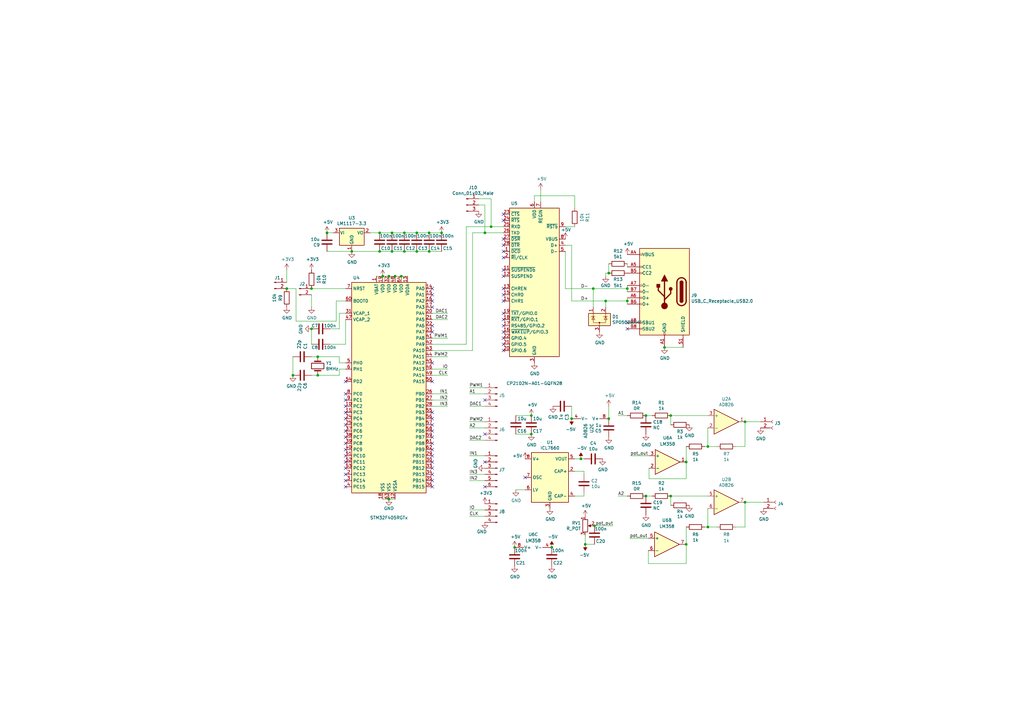
<source format=kicad_sch>
(kicad_sch (version 20211123) (generator eeschema)
  (paper "A3")
  (lib_symbols
    (symbol "Amplifier_Operational:LM358" (pin_names (offset 0.127))
      (property "Reference" "U" (at 0 5.08 0))
      (property "Value" "LM358" (at 0 -5.08 0))
      (symbol "LM358_1_1"
        (pin output line (at 7.62 0 180) (length 2.54) (name "~") (number "1"))
        (pin input line (at -7.62 -2.54 0) (length 2.54) (name "-") (number "2"))
        (pin input line (at -7.62 2.54 0) (length 2.54) (name "+") (number "3"))
      )
      (symbol "LM358_2_1"
        (pin input line (at -7.62 2.54 0) (length 2.54) (name "+") (number "5"))
        (pin input line (at -7.62 -2.54 0) (length 2.54) (name "-") (number "6"))
        (pin output line (at 7.62 0 180) (length 2.54) (name "~") (number "7"))
      )
      (symbol "LM358_3_1"
        (pin power_in line (at -2.54 -7.62 90) (length 3.81) (name "V-") (number "4"))
        (pin power_in line (at -2.54 7.62 270) (length 3.81) (name "V+") (number "8"))
      )
    )
    (symbol "Connector:Conn_01x02_Female" (pin_names (offset 1.016) hide)
      (property "Reference" "J" (at 0 2.54 0))
      (property "Value" "Conn_01x02_Female" (at 0 -5.08 0))
      (symbol "Conn_01x02_Female_1_1"
        (pin passive line (at -5.08 0 0) (length 3.81) (name "Pin_1") (number "1"))
        (pin passive line (at -5.08 -2.54 0) (length 3.81) (name "Pin_2") (number "2"))
      )
    )
    (symbol "Connector:Conn_01x02_Male" (pin_names (offset 1.016) hide)
      (property "Reference" "J" (at 0 2.54 0))
      (property "Value" "Conn_01x02_Male" (at 0 -5.08 0))
      (symbol "Conn_01x02_Male_1_1"
        (pin passive line (at 5.08 0 180) (length 3.81) (name "Pin_1") (number "1"))
        (pin passive line (at 5.08 -2.54 180) (length 3.81) (name "Pin_2") (number "2"))
      )
    )
    (symbol "Connector:Conn_01x03_Male" (pin_names (offset 1.016) hide)
      (property "Reference" "J" (at 0 5.08 0))
      (property "Value" "Conn_01x03_Male" (at 0 -5.08 0))
      (symbol "Conn_01x03_Male_1_1"
        (pin passive line (at 5.08 2.54 180) (length 3.81) (name "Pin_1") (number "1"))
        (pin passive line (at 5.08 0 180) (length 3.81) (name "Pin_2") (number "2"))
        (pin passive line (at 5.08 -2.54 180) (length 3.81) (name "Pin_3") (number "3"))
      )
    )
    (symbol "Connector:Conn_01x04_Male" (pin_names (offset 1.016) hide)
      (property "Reference" "J" (at 0 5.08 0))
      (property "Value" "Conn_01x04_Male" (at 0 -7.62 0))
      (symbol "Conn_01x04_Male_1_1"
        (pin passive line (at 5.08 2.54 180) (length 3.81) (name "Pin_1") (number "1"))
        (pin passive line (at 5.08 0 180) (length 3.81) (name "Pin_2") (number "2"))
        (pin passive line (at 5.08 -2.54 180) (length 3.81) (name "Pin_3") (number "3"))
        (pin passive line (at 5.08 -5.08 180) (length 3.81) (name "Pin_4") (number "4"))
      )
    )
    (symbol "Connector:Conn_01x06_Male" (pin_names (offset 1.016) hide)
      (property "Reference" "J" (at 0 7.62 0))
      (property "Value" "Conn_01x06_Male" (at 0 -10.16 0))
      (symbol "Conn_01x06_Male_1_1"
        (pin passive line (at 5.08 5.08 180) (length 3.81) (name "Pin_1") (number "1"))
        (pin passive line (at 5.08 2.54 180) (length 3.81) (name "Pin_2") (number "2"))
        (pin passive line (at 5.08 0 180) (length 3.81) (name "Pin_3") (number "3"))
        (pin passive line (at 5.08 -2.54 180) (length 3.81) (name "Pin_4") (number "4"))
        (pin passive line (at 5.08 -5.08 180) (length 3.81) (name "Pin_5") (number "5"))
        (pin passive line (at 5.08 -7.62 180) (length 3.81) (name "Pin_6") (number "6"))
      )
    )
    (symbol "Connector:USB_C_Receptacle_USB2.0" (pin_names (offset 1.016))
      (property "Reference" "J" (at -10.16 19.05 0))
      (property "Value" "USB_C_Receptacle_USB2.0" (at 19.05 19.05 0))
      (symbol "USB_C_Receptacle_USB2.0_1_1"
        (pin passive line (at 0 -22.86 90) (length 5.08) (name "GND") (number "A1"))
        (pin passive line (at 0 -22.86 90) (length 5.08) hide (name "GND") (number "A12"))
        (pin passive line (at 15.24 15.24 180) (length 5.08) (name "VBUS") (number "A4"))
        (pin bidirectional line (at 15.24 10.16 180) (length 5.08) (name "CC1") (number "A5"))
        (pin bidirectional line (at 15.24 -2.54 180) (length 5.08) (name "D+") (number "A6"))
        (pin bidirectional line (at 15.24 2.54 180) (length 5.08) (name "D-") (number "A7"))
        (pin bidirectional line (at 15.24 -12.7 180) (length 5.08) (name "SBU1") (number "A8"))
        (pin passive line (at 15.24 15.24 180) (length 5.08) hide (name "VBUS") (number "A9"))
        (pin passive line (at 0 -22.86 90) (length 5.08) hide (name "GND") (number "B1"))
        (pin passive line (at 0 -22.86 90) (length 5.08) hide (name "GND") (number "B12"))
        (pin passive line (at 15.24 15.24 180) (length 5.08) hide (name "VBUS") (number "B4"))
        (pin bidirectional line (at 15.24 7.62 180) (length 5.08) (name "CC2") (number "B5"))
        (pin bidirectional line (at 15.24 -5.08 180) (length 5.08) (name "D+") (number "B6"))
        (pin bidirectional line (at 15.24 0 180) (length 5.08) (name "D-") (number "B7"))
        (pin bidirectional line (at 15.24 -15.24 180) (length 5.08) (name "SBU2") (number "B8"))
        (pin passive line (at 15.24 15.24 180) (length 5.08) hide (name "VBUS") (number "B9"))
        (pin passive line (at -7.62 -22.86 90) (length 5.08) (name "SHIELD") (number "S1"))
      )
    )
    (symbol "Device:C" (pin_numbers hide) (pin_names (offset 0.254))
      (property "Reference" "C" (at 0.635 2.54 0))
      (property "Value" "C" (at 0.635 -2.54 0))
      (symbol "C_1_1"
        (pin passive line (at 0 3.81 270) (length 2.794) (name "~") (number "1"))
        (pin passive line (at 0 -3.81 90) (length 2.794) (name "~") (number "2"))
      )
    )
    (symbol "Device:Crystal" (pin_numbers hide) (pin_names (offset 1.016) hide)
      (property "Reference" "Y" (at 0 3.81 0))
      (property "Value" "Crystal" (at 0 -3.81 0))
      (symbol "Crystal_1_1"
        (pin passive line (at -3.81 0 0) (length 1.27) (name "1") (number "1"))
        (pin passive line (at 3.81 0 180) (length 1.27) (name "2") (number "2"))
      )
    )
    (symbol "Device:R" (pin_numbers hide) (pin_names (offset 0))
      (property "Reference" "R" (at 2.032 0 90))
      (property "Value" "R" (at 0 0 90))
      (symbol "R_1_1"
        (pin passive line (at 0 3.81 270) (length 1.27) (name "~") (number "1"))
        (pin passive line (at 0 -3.81 90) (length 1.27) (name "~") (number "2"))
      )
    )
    (symbol "Device:R_POT" (pin_names (offset 1.016) hide)
      (property "Reference" "RV" (at -4.445 0 90))
      (property "Value" "Device_R_POT" (at -2.54 0 90))
      (symbol "R_POT_1_1"
        (pin passive line (at 0 3.81 270) (length 1.27) (name "1") (number "1"))
        (pin passive line (at 3.81 0 180) (length 1.27) (name "2") (number "2"))
        (pin passive line (at 0 -3.81 90) (length 1.27) (name "3") (number "3"))
      )
    )
    (symbol "Interface_USB:CP2102N-A01-GQFN28"
      (property "Reference" "U" (at -7.62 31.75 0))
      (property "Value" "Interface_USB_CP2102N-A01-GQFN28" (at 26.67 31.75 0))
      (symbol "CP2102N-A01-GQFN28_1_1"
        (pin input line (at 12.7 12.7 180) (length 2.54) (name "~{DCD}") (number "1"))
        (pin no_connect line (at -10.16 -10.16 0) (length 2.54) hide (name "NC") (number "10"))
        (pin output line (at 12.7 5.08 180) (length 2.54) (name "~{SUSPENDb}") (number "11"))
        (pin output line (at 12.7 2.54 180) (length 2.54) (name "SUSPEND") (number "12"))
        (pin output line (at 12.7 -2.54 180) (length 2.54) (name "CHREN") (number "13"))
        (pin output line (at 12.7 -7.62 180) (length 2.54) (name "CHR1") (number "14"))
        (pin output line (at 12.7 -5.08 180) (length 2.54) (name "CHR0") (number "15"))
        (pin bidirectional line (at 12.7 -20.32 180) (length 2.54) (name "~{WAKEUP}/GPIO.3") (number "16"))
        (pin bidirectional line (at 12.7 -17.78 180) (length 2.54) (name "RS485/GPIO.2") (number "17"))
        (pin bidirectional line (at 12.7 -15.24 180) (length 2.54) (name "~{RXT}/GPIO.1") (number "18"))
        (pin bidirectional line (at 12.7 -12.7 180) (length 2.54) (name "~{TXT}/GPIO.0") (number "19"))
        (pin bidirectional line (at 12.7 10.16 180) (length 2.54) (name "~{RI}/CLK") (number "2"))
        (pin bidirectional line (at 12.7 -27.94 180) (length 2.54) (name "GPIO.6") (number "20"))
        (pin bidirectional line (at 12.7 -25.4 180) (length 2.54) (name "GPIO.5") (number "21"))
        (pin bidirectional line (at 12.7 -22.86 180) (length 2.54) (name "GPIO.4") (number "22"))
        (pin input line (at 12.7 27.94 180) (length 2.54) (name "~{CTS}") (number "23"))
        (pin output line (at 12.7 25.4 180) (length 2.54) (name "~{RTS}") (number "24"))
        (pin input line (at 12.7 22.86 180) (length 2.54) (name "RXD") (number "25"))
        (pin output line (at 12.7 20.32 180) (length 2.54) (name "TXD") (number "26"))
        (pin input line (at 12.7 17.78 180) (length 2.54) (name "~{DSR}") (number "27"))
        (pin output line (at 12.7 15.24 180) (length 2.54) (name "~{DTR}") (number "28"))
        (pin passive line (at 0 -33.02 90) (length 2.54) hide (name "GND") (number "29"))
        (pin power_in line (at 0 -33.02 90) (length 2.54) (name "GND") (number "3"))
        (pin bidirectional line (at -12.7 15.24 0) (length 2.54) (name "D+") (number "4"))
        (pin bidirectional line (at -12.7 12.7 0) (length 2.54) (name "D-") (number "5"))
        (pin passive line (at 0 33.02 270) (length 2.54) (name "VDD") (number "6"))
        (pin power_in line (at -2.54 33.02 270) (length 2.54) (name "REGIN") (number "7"))
        (pin input line (at -12.7 17.78 0) (length 2.54) (name "VBUS") (number "8"))
        (pin input line (at -12.7 22.86 0) (length 2.54) (name "~{RSTb}") (number "9"))
      )
    )
    (symbol "MCU_ST_STM32F4:STM32F405RGTx"
      (property "Reference" "U" (at -15.24 44.45 0))
      (property "Value" "STM32F405RGTx" (at 10.16 44.45 0))
      (symbol "STM32F405RGTx_1_1"
        (pin power_in line (at -5.08 45.72 270) (length 2.54) (name "VBAT") (number "1"))
        (pin bidirectional line (at -17.78 -7.62 0) (length 2.54) (name "PC2") (number "10"))
        (pin bidirectional line (at -17.78 -10.16 0) (length 2.54) (name "PC3") (number "11"))
        (pin power_in line (at 2.54 -45.72 90) (length 2.54) (name "VSSA") (number "12"))
        (pin power_in line (at 7.62 45.72 270) (length 2.54) (name "VDDA") (number "13"))
        (pin bidirectional line (at 17.78 40.64 180) (length 2.54) (name "PA0") (number "14"))
        (pin bidirectional line (at 17.78 38.1 180) (length 2.54) (name "PA1") (number "15"))
        (pin bidirectional line (at 17.78 35.56 180) (length 2.54) (name "PA2") (number "16"))
        (pin bidirectional line (at 17.78 33.02 180) (length 2.54) (name "PA3") (number "17"))
        (pin power_in line (at -2.54 -45.72 90) (length 2.54) (name "VSS") (number "18"))
        (pin power_in line (at -2.54 45.72 270) (length 2.54) (name "VDD") (number "19"))
        (pin bidirectional line (at -17.78 -35.56 0) (length 2.54) (name "PC13") (number "2"))
        (pin bidirectional line (at 17.78 30.48 180) (length 2.54) (name "PA4") (number "20"))
        (pin bidirectional line (at 17.78 27.94 180) (length 2.54) (name "PA5") (number "21"))
        (pin bidirectional line (at 17.78 25.4 180) (length 2.54) (name "PA6") (number "22"))
        (pin bidirectional line (at 17.78 22.86 180) (length 2.54) (name "PA7") (number "23"))
        (pin bidirectional line (at -17.78 -12.7 0) (length 2.54) (name "PC4") (number "24"))
        (pin bidirectional line (at -17.78 -15.24 0) (length 2.54) (name "PC5") (number "25"))
        (pin bidirectional line (at 17.78 -2.54 180) (length 2.54) (name "PB0") (number "26"))
        (pin bidirectional line (at 17.78 -5.08 180) (length 2.54) (name "PB1") (number "27"))
        (pin bidirectional line (at 17.78 -7.62 180) (length 2.54) (name "PB2") (number "28"))
        (pin bidirectional line (at 17.78 -27.94 180) (length 2.54) (name "PB10") (number "29"))
        (pin bidirectional line (at -17.78 -38.1 0) (length 2.54) (name "PC14") (number "3"))
        (pin bidirectional line (at 17.78 -30.48 180) (length 2.54) (name "PB11") (number "30"))
        (pin power_in line (at -17.78 30.48 0) (length 2.54) (name "VCAP_1") (number "31"))
        (pin power_in line (at 0 45.72 270) (length 2.54) (name "VDD") (number "32"))
        (pin bidirectional line (at 17.78 -33.02 180) (length 2.54) (name "PB12") (number "33"))
        (pin bidirectional line (at 17.78 -35.56 180) (length 2.54) (name "PB13") (number "34"))
        (pin bidirectional line (at 17.78 -38.1 180) (length 2.54) (name "PB14") (number "35"))
        (pin bidirectional line (at 17.78 -40.64 180) (length 2.54) (name "PB15") (number "36"))
        (pin bidirectional line (at -17.78 -17.78 0) (length 2.54) (name "PC6") (number "37"))
        (pin bidirectional line (at -17.78 -20.32 0) (length 2.54) (name "PC7") (number "38"))
        (pin bidirectional line (at -17.78 -22.86 0) (length 2.54) (name "PC8") (number "39"))
        (pin bidirectional line (at -17.78 -40.64 0) (length 2.54) (name "PC15") (number "4"))
        (pin bidirectional line (at -17.78 -25.4 0) (length 2.54) (name "PC9") (number "40"))
        (pin bidirectional line (at 17.78 20.32 180) (length 2.54) (name "PA8") (number "41"))
        (pin bidirectional line (at 17.78 17.78 180) (length 2.54) (name "PA9") (number "42"))
        (pin bidirectional line (at 17.78 15.24 180) (length 2.54) (name "PA10") (number "43"))
        (pin bidirectional line (at 17.78 12.7 180) (length 2.54) (name "PA11") (number "44"))
        (pin bidirectional line (at 17.78 10.16 180) (length 2.54) (name "PA12") (number "45"))
        (pin bidirectional line (at 17.78 7.62 180) (length 2.54) (name "PA13") (number "46"))
        (pin power_in line (at -17.78 27.94 0) (length 2.54) (name "VCAP_2") (number "47"))
        (pin power_in line (at 2.54 45.72 270) (length 2.54) (name "VDD") (number "48"))
        (pin bidirectional line (at 17.78 5.08 180) (length 2.54) (name "PA14") (number "49"))
        (pin input line (at -17.78 10.16 0) (length 2.54) (name "PH0") (number "5"))
        (pin bidirectional line (at 17.78 2.54 180) (length 2.54) (name "PA15") (number "50"))
        (pin bidirectional line (at -17.78 -27.94 0) (length 2.54) (name "PC10") (number "51"))
        (pin bidirectional line (at -17.78 -30.48 0) (length 2.54) (name "PC11") (number "52"))
        (pin bidirectional line (at -17.78 -33.02 0) (length 2.54) (name "PC12") (number "53"))
        (pin bidirectional line (at -17.78 2.54 0) (length 2.54) (name "PD2") (number "54"))
        (pin bidirectional line (at 17.78 -10.16 180) (length 2.54) (name "PB3") (number "55"))
        (pin bidirectional line (at 17.78 -12.7 180) (length 2.54) (name "PB4") (number "56"))
        (pin bidirectional line (at 17.78 -15.24 180) (length 2.54) (name "PB5") (number "57"))
        (pin bidirectional line (at 17.78 -17.78 180) (length 2.54) (name "PB6") (number "58"))
        (pin bidirectional line (at 17.78 -20.32 180) (length 2.54) (name "PB7") (number "59"))
        (pin input line (at -17.78 7.62 0) (length 2.54) (name "PH1") (number "6"))
        (pin input line (at -17.78 35.56 0) (length 2.54) (name "BOOT0") (number "60"))
        (pin bidirectional line (at 17.78 -22.86 180) (length 2.54) (name "PB8") (number "61"))
        (pin bidirectional line (at 17.78 -25.4 180) (length 2.54) (name "PB9") (number "62"))
        (pin power_in line (at 0 -45.72 90) (length 2.54) (name "VSS") (number "63"))
        (pin power_in line (at 5.08 45.72 270) (length 2.54) (name "VDD") (number "64"))
        (pin input line (at -17.78 40.64 0) (length 2.54) (name "NRST") (number "7"))
        (pin bidirectional line (at -17.78 -2.54 0) (length 2.54) (name "PC0") (number "8"))
        (pin bidirectional line (at -17.78 -5.08 0) (length 2.54) (name "PC1") (number "9"))
      )
    )
    (symbol "Power_Protection:SP0502BAHT" (pin_names hide)
      (property "Reference" "D" (at 5.715 2.54 0))
      (property "Value" "SP0502BAHT" (at 5.715 0.635 0))
      (symbol "SP0502BAHT_0_0"
        (pin passive line (at 0 -5.08 90) (length 2.54) (name "A") (number "3"))
      )
      (symbol "SP0502BAHT_1_1"
        (pin passive line (at -2.54 5.08 270) (length 2.54) (name "K") (number "1"))
        (pin passive line (at 2.54 5.08 270) (length 2.54) (name "K") (number "2"))
      )
    )
    (symbol "Regulator_Linear:LM1117-3.3" (pin_names (offset 0.254))
      (property "Reference" "U" (at -3.81 3.175 0))
      (property "Value" "LM1117-3.3" (at 0 3.175 0))
      (symbol "LM1117-3.3_1_1"
        (pin power_in line (at 0 -7.62 90) (length 2.54) (name "GND") (number "1"))
        (pin power_out line (at 7.62 0 180) (length 2.54) (name "VO") (number "2"))
        (pin power_in line (at -7.62 0 0) (length 2.54) (name "VI") (number "3"))
      )
    )
    (symbol "Regulator_SwitchedCapacitor:ICL7660"
      (property "Reference" "U" (at -6.35 11.43 0))
      (property "Value" "ICL7660" (at 3.81 11.43 0))
      (symbol "ICL7660_1_1"
        (pin no_connect line (at -7.62 5.08 0) (length 2.54) hide (name "NC") (number "1"))
        (pin input line (at 10.16 2.54 180) (length 2.54) (name "CAP+") (number "2"))
        (pin power_in line (at 0 -12.7 90) (length 2.54) (name "GND") (number "3"))
        (pin input line (at 10.16 -7.62 180) (length 2.54) (name "CAP-") (number "4"))
        (pin power_out line (at 10.16 7.62 180) (length 2.54) (name "VOUT") (number "5"))
        (pin input line (at -10.16 -5.08 0) (length 2.54) (name "LV") (number "6"))
        (pin input line (at -10.16 0 0) (length 2.54) (name "OSC") (number "7"))
        (pin power_in line (at -10.16 7.62 0) (length 2.54) (name "V+") (number "8"))
      )
    )
    (symbol "power:+3.3V" (power) (pin_names (offset 0))
      (property "Value" "+3.3V" (at 0 3.556 0))
      (symbol "+3.3V_1_1"
        (pin power_in line (at 0 0 90) (length 0) hide (name "+3V3") (number "1"))
      )
    )
    (symbol "power:+5V" (power) (pin_names (offset 0))
      (property "Value" "+5V" (at 0 3.556 0))
      (symbol "+5V_1_1"
        (pin power_in line (at 0 0 90) (length 0) hide (name "+5V") (number "1"))
      )
    )
    (symbol "power:-5V" (power) (pin_names (offset 0))
      (property "Value" "-5V" (at 0 3.81 0))
      (symbol "-5V_0_0"
        (pin power_in line (at 0 0 90) (length 0) hide (name "-5V") (number "1"))
      )
    )
    (symbol "power:GND" (power) (pin_names (offset 0))
      (property "Value" "GND" (at 0 -3.81 0))
      (symbol "GND_1_1"
        (pin power_in line (at 0 0 270) (length 0) hide (name "GND") (number "1"))
      )
    )
  )
  (junction (at 275.082 170.434))
  (junction (at 264.922 203.454))
  (junction (at 160.782 95.504))
  (junction (at 257.302 118.364))
  (junction (at 305.562 205.994))
  (junction (at 305.562 172.974))
  (junction (at 249.682 171.704))
  (junction (at 290.322 216.154))
  (junction (at 144.272 103.124))
  (junction (at 159.512 204.724))
  (junction (at 130.302 153.924))
  (junction (at 248.412 123.444))
  (junction (at 127.762 134.874))
  (junction (at 238.252 188.214))
  (junction (at 240.03 223.266))
  (junction (at 117.602 118.364))
  (junction (at 170.942 95.504))
  (junction (at 198.882 95.504))
  (junction (at 217.932 170.434))
  (junction (at 165.862 95.504))
  (junction (at 164.592 113.284))
  (junction (at 257.302 123.444))
  (junction (at 243.332 118.364))
  (junction (at 264.922 170.434))
  (junction (at 170.942 103.124))
  (junction (at 226.314 224.536))
  (junction (at 211.074 224.536))
  (junction (at 243.84 215.646))
  (junction (at 155.702 95.504))
  (junction (at 120.142 153.924))
  (junction (at 159.512 113.284))
  (junction (at 249.682 112.014))
  (junction (at 275.082 203.454))
  (junction (at 165.862 103.124))
  (junction (at 176.022 103.124))
  (junction (at 281.432 189.484))
  (junction (at 201.422 92.964))
  (junction (at 130.302 146.304))
  (junction (at 234.442 171.704))
  (junction (at 127.762 118.364))
  (junction (at 134.112 95.504))
  (junction (at 156.972 113.284))
  (junction (at 281.432 223.266))
  (junction (at 290.322 183.134))
  (junction (at 176.022 95.504))
  (junction (at 217.932 178.054))
  (junction (at 162.052 113.284))
  (junction (at 272.542 142.494))
  (junction (at 160.782 103.124))
  (junction (at 181.102 95.504))
  (junction (at 155.702 103.124))
  (no_connect (at 177.292 174.244))
  (no_connect (at 141.732 156.464))
  (no_connect (at 206.502 113.284))
  (no_connect (at 177.292 169.164))
  (no_connect (at 141.732 169.164))
  (no_connect (at 141.732 184.404))
  (no_connect (at 177.292 192.024))
  (no_connect (at 177.292 184.404))
  (no_connect (at 177.292 148.844))
  (no_connect (at 206.502 133.604))
  (no_connect (at 141.732 192.024))
  (no_connect (at 141.732 164.084))
  (no_connect (at 177.292 133.604))
  (no_connect (at 141.732 171.704))
  (no_connect (at 206.502 90.424))
  (no_connect (at 177.292 181.864))
  (no_connect (at 206.502 103.124))
  (no_connect (at 177.292 136.144))
  (no_connect (at 206.502 100.584))
  (no_connect (at 198.882 164.084))
  (no_connect (at 206.502 131.064))
  (no_connect (at 177.292 179.324))
  (no_connect (at 177.292 189.484))
  (no_connect (at 177.292 197.104))
  (no_connect (at 177.292 194.564))
  (no_connect (at 141.732 179.324))
  (no_connect (at 141.732 176.784))
  (no_connect (at 198.882 178.054))
  (no_connect (at 141.732 166.624))
  (no_connect (at 177.292 120.904))
  (no_connect (at 206.502 120.904))
  (no_connect (at 206.502 105.664))
  (no_connect (at 198.882 189.484))
  (no_connect (at 177.292 123.444))
  (no_connect (at 206.502 123.444))
  (no_connect (at 198.882 199.644))
  (no_connect (at 206.502 141.224))
  (no_connect (at 141.732 197.104))
  (no_connect (at 141.732 181.864))
  (no_connect (at 141.732 189.484))
  (no_connect (at 141.732 194.564))
  (no_connect (at 177.292 199.644))
  (no_connect (at 206.502 98.044))
  (no_connect (at 177.292 125.984))
  (no_connect (at 177.292 186.944))
  (no_connect (at 206.502 143.764))
  (no_connect (at 177.292 118.364))
  (no_connect (at 206.502 136.144))
  (no_connect (at 177.292 156.464))
  (no_connect (at 206.502 118.364))
  (no_connect (at 141.732 161.544))
  (no_connect (at 206.502 87.884))
  (no_connect (at 177.292 171.704))
  (no_connect (at 206.502 128.524))
  (no_connect (at 257.302 134.874))
  (no_connect (at 141.732 199.644))
  (no_connect (at 206.502 138.684))
  (no_connect (at 177.292 176.784))
  (no_connect (at 257.302 132.334))
  (no_connect (at 141.732 186.944))
  (no_connect (at 141.732 174.244))
  (no_connect (at 215.392 195.834))
  (no_connect (at 206.502 110.744))
  (wire (pts (xy 257.302 123.444) (xy 257.302 124.714)))
  (wire (pts (xy 290.322 203.454) (xy 275.082 203.454)))
  (wire (pts (xy 281.432 196.342) (xy 281.432 189.484)))
  (wire (pts (xy 177.292 128.524) (xy 183.642 128.524)))
  (wire (pts (xy 144.272 103.124) (xy 155.702 103.124)))
  (wire (pts (xy 162.052 113.284) (xy 164.592 113.284)))
  (wire (pts (xy 272.542 142.494) (xy 280.162 142.494)))
  (wire (pts (xy 176.022 95.504) (xy 181.102 95.504)))
  (wire (pts (xy 192.532 172.974) (xy 198.882 172.974)))
  (wire (pts (xy 192.532 175.514) (xy 198.882 175.514)))
  (wire (pts (xy 234.442 100.584) (xy 234.442 123.444)))
  (wire (pts (xy 257.302 203.454) (xy 253.492 203.454)))
  (wire (pts (xy 192.532 209.169) (xy 198.882 209.169)))
  (wire (pts (xy 139.192 153.924) (xy 139.192 151.384)))
  (wire (pts (xy 137.922 123.444) (xy 137.922 131.699)))
  (wire (pts (xy 275.082 203.454) (xy 275.082 207.264)))
  (wire (pts (xy 177.292 166.624) (xy 183.642 166.624)))
  (wire (pts (xy 177.292 151.384) (xy 183.642 151.384)))
  (wire (pts (xy 290.322 183.134) (xy 294.132 183.134)))
  (wire (pts (xy 177.292 143.764) (xy 193.802 143.764)))
  (wire (pts (xy 265.938 231.14) (xy 281.432 231.14)))
  (wire (pts (xy 192.532 197.104) (xy 198.882 197.104)))
  (wire (pts (xy 258.318 220.726) (xy 265.938 220.726)))
  (wire (pts (xy 192.532 159.004) (xy 198.882 159.004)))
  (wire (pts (xy 234.442 166.624) (xy 234.442 171.704)))
  (wire (pts (xy 305.562 183.134) (xy 301.752 183.134)))
  (wire (pts (xy 219.202 80.264) (xy 235.712 80.264)))
  (wire (pts (xy 127.762 153.924) (xy 130.302 153.924)))
  (wire (pts (xy 257.302 122.174) (xy 257.302 123.444)))
  (wire (pts (xy 177.292 131.064) (xy 183.642 131.064)))
  (wire (pts (xy 193.802 143.764) (xy 193.802 95.504)))
  (wire (pts (xy 311.912 172.974) (xy 305.562 172.974)))
  (wire (pts (xy 240.03 223.266) (xy 240.03 219.456)))
  (wire (pts (xy 120.142 146.304) (xy 120.142 153.924)))
  (wire (pts (xy 139.192 148.844) (xy 141.732 148.844)))
  (wire (pts (xy 281.432 231.14) (xy 281.432 223.266)))
  (wire (pts (xy 198.882 84.074) (xy 198.882 95.504)))
  (wire (pts (xy 201.422 81.534) (xy 201.422 92.964)))
  (wire (pts (xy 249.682 166.624) (xy 249.682 171.704)))
  (wire (pts (xy 248.412 112.014) (xy 248.412 113.284)))
  (wire (pts (xy 266.192 192.024) (xy 266.192 196.342)))
  (wire (pts (xy 130.302 146.304) (xy 127.762 146.304)))
  (wire (pts (xy 121.412 131.699) (xy 121.412 118.364)))
  (wire (pts (xy 313.182 205.994) (xy 305.562 205.994)))
  (wire (pts (xy 151.892 95.504) (xy 155.702 95.504)))
  (wire (pts (xy 139.192 134.874) (xy 135.382 134.874)))
  (wire (pts (xy 191.262 92.964) (xy 191.262 141.224)))
  (wire (pts (xy 275.082 170.434) (xy 275.082 174.244)))
  (wire (pts (xy 239.522 202.184) (xy 239.522 203.454)))
  (wire (pts (xy 156.972 113.284) (xy 159.512 113.284)))
  (wire (pts (xy 160.782 103.124) (xy 165.862 103.124)))
  (wire (pts (xy 162.052 204.724) (xy 159.512 204.724)))
  (wire (pts (xy 239.522 193.294) (xy 235.712 193.294)))
  (wire (pts (xy 159.512 204.724) (xy 156.972 204.724)))
  (wire (pts (xy 177.292 161.544) (xy 183.642 161.544)))
  (wire (pts (xy 248.412 112.014) (xy 249.682 112.014)))
  (wire (pts (xy 258.572 186.944) (xy 266.192 186.944)))
  (wire (pts (xy 141.732 131.064) (xy 141.732 141.224)))
  (wire (pts (xy 234.442 123.444) (xy 248.412 123.444)))
  (wire (pts (xy 156.972 113.284) (xy 154.432 113.284)))
  (wire (pts (xy 275.082 170.434) (xy 290.322 170.434)))
  (wire (pts (xy 137.922 123.444) (xy 141.732 123.444)))
  (wire (pts (xy 267.462 203.454) (xy 264.922 203.454)))
  (wire (pts (xy 239.522 188.214) (xy 238.252 188.214)))
  (wire (pts (xy 134.112 103.124) (xy 144.272 103.124)))
  (wire (pts (xy 289.052 183.134) (xy 290.322 183.134)))
  (wire (pts (xy 176.022 103.124) (xy 181.102 103.124)))
  (wire (pts (xy 235.712 92.964) (xy 231.902 92.964)))
  (wire (pts (xy 206.502 92.964) (xy 201.422 92.964)))
  (wire (pts (xy 211.582 170.434) (xy 217.932 170.434)))
  (wire (pts (xy 117.602 118.364) (xy 121.412 118.364)))
  (wire (pts (xy 193.802 95.504) (xy 198.882 95.504)))
  (wire (pts (xy 160.782 95.504) (xy 165.862 95.504)))
  (wire (pts (xy 192.532 161.544) (xy 198.882 161.544)))
  (wire (pts (xy 117.602 110.744) (xy 117.602 115.824)))
  (wire (pts (xy 130.302 146.304) (xy 139.192 146.304)))
  (wire (pts (xy 155.702 95.504) (xy 160.782 95.504)))
  (wire (pts (xy 139.192 128.524) (xy 139.192 134.874)))
  (wire (pts (xy 159.512 113.284) (xy 162.052 113.284)))
  (wire (pts (xy 305.562 205.994) (xy 305.562 216.154)))
  (wire (pts (xy 305.562 172.974) (xy 305.562 183.134)))
  (wire (pts (xy 231.902 100.584) (xy 234.442 100.584)))
  (wire (pts (xy 130.302 153.924) (xy 139.192 153.924)))
  (wire (pts (xy 177.292 153.924) (xy 183.642 153.924)))
  (wire (pts (xy 198.882 95.504) (xy 206.502 95.504)))
  (wire (pts (xy 127.762 134.874) (xy 127.762 141.224)))
  (wire (pts (xy 134.112 95.504) (xy 136.652 95.504)))
  (wire (pts (xy 231.902 103.124) (xy 231.902 118.364)))
  (wire (pts (xy 240.03 223.266) (xy 243.84 223.266)))
  (wire (pts (xy 235.712 80.264) (xy 235.712 85.344)))
  (wire (pts (xy 281.432 183.134) (xy 281.432 189.484)))
  (wire (pts (xy 177.292 138.684) (xy 183.642 138.684)))
  (wire (pts (xy 177.292 146.304) (xy 183.642 146.304)))
  (wire (pts (xy 141.732 128.524) (xy 139.192 128.524)))
  (wire (pts (xy 305.562 216.154) (xy 301.752 216.154)))
  (wire (pts (xy 290.322 208.534) (xy 290.322 216.154)))
  (wire (pts (xy 239.522 194.564) (xy 239.522 193.294)))
  (wire (pts (xy 196.342 84.074) (xy 198.882 84.074)))
  (wire (pts (xy 239.522 203.454) (xy 235.712 203.454)))
  (wire (pts (xy 281.432 216.154) (xy 281.432 223.266)))
  (wire (pts (xy 196.342 81.534) (xy 201.422 81.534)))
  (wire (pts (xy 177.292 164.084) (xy 183.642 164.084)))
  (wire (pts (xy 165.862 103.124) (xy 170.942 103.124)))
  (wire (pts (xy 139.192 146.304) (xy 139.192 148.844)))
  (wire (pts (xy 264.922 170.434) (xy 267.462 170.434)))
  (wire (pts (xy 137.922 131.699) (xy 121.412 131.699)))
  (wire (pts (xy 238.252 188.214) (xy 235.712 188.214)))
  (wire (pts (xy 231.902 118.364) (xy 243.332 118.364)))
  (wire (pts (xy 191.262 141.224) (xy 177.292 141.224)))
  (wire (pts (xy 127.762 120.904) (xy 127.762 125.984)))
  (wire (pts (xy 281.178 223.266) (xy 281.432 223.266)))
  (wire (pts (xy 248.412 123.444) (xy 257.302 123.444)))
  (wire (pts (xy 211.582 200.914) (xy 215.392 200.914)))
  (wire (pts (xy 290.322 216.154) (xy 294.132 216.154)))
  (wire (pts (xy 198.882 211.709) (xy 192.532 211.709)))
  (wire (pts (xy 290.322 216.154) (xy 289.052 216.154)))
  (wire (pts (xy 217.932 178.054) (xy 211.582 178.054)))
  (wire (pts (xy 165.862 95.504) (xy 170.942 95.504)))
  (wire (pts (xy 266.192 196.342) (xy 281.432 196.342)))
  (wire (pts (xy 170.942 103.124) (xy 176.022 103.124)))
  (wire (pts (xy 139.192 151.384) (xy 141.732 151.384)))
  (wire (pts (xy 192.532 166.624) (xy 198.882 166.624)))
  (wire (pts (xy 192.532 194.564) (xy 198.882 194.564)))
  (wire (pts (xy 257.302 118.364) (xy 257.302 119.634)))
  (wire (pts (xy 257.302 170.434) (xy 253.492 170.434)))
  (wire (pts (xy 201.422 92.964) (xy 191.262 92.964)))
  (wire (pts (xy 141.732 118.364) (xy 127.762 118.364)))
  (wire (pts (xy 249.682 112.014) (xy 249.682 108.204)))
  (wire (pts (xy 164.592 113.284) (xy 167.132 113.284)))
  (wire (pts (xy 198.882 186.944) (xy 192.532 186.944)))
  (wire (pts (xy 219.202 82.804) (xy 219.202 80.264)))
  (wire (pts (xy 265.938 225.806) (xy 265.938 231.14)))
  (wire (pts (xy 192.532 180.594) (xy 198.882 180.594)))
  (wire (pts (xy 248.412 125.984) (xy 248.412 123.444)))
  (wire (pts (xy 141.732 141.224) (xy 135.382 141.224)))
  (wire (pts (xy 243.84 215.646) (xy 251.46 215.646)))
  (wire (pts (xy 243.332 118.364) (xy 257.302 118.364)))
  (wire (pts (xy 243.332 125.984) (xy 243.332 118.364)))
  (wire (pts (xy 221.742 77.724) (xy 221.742 82.804)))
  (wire (pts (xy 155.702 103.124) (xy 160.782 103.124)))
  (wire (pts (xy 170.942 95.504) (xy 176.022 95.504)))
  (wire (pts (xy 257.302 108.204) (xy 257.302 109.474)))
  (wire (pts (xy 290.322 175.514) (xy 290.322 183.134)))
  (wire (pts (xy 257.302 117.094) (xy 257.302 118.364)))
  (label "A1" (at 253.492 170.434 0))
  (label "A2" (at 253.492 203.454 0))
  (label "PWM2" (at 192.532 172.974 0))
  (label "D+" (at 238.252 123.444 0))
  (label "CLK" (at 192.532 211.709 0))
  (label "pot_out" (at 258.572 186.944 0))
  (label "A1" (at 192.532 161.544 0))
  (label "IO" (at 192.532 209.169 0))
  (label "DAC2" (at 192.532 180.594 0))
  (label "pot_out" (at 251.46 215.646 180))
  (label "IO" (at 183.642 151.384 180))
  (label "PWM2" (at 183.642 146.304 180))
  (label "PWM1" (at 192.532 159.004 0))
  (label "IN3" (at 192.532 194.564 0))
  (label "IN1" (at 183.642 161.544 180))
  (label "IN3" (at 183.642 166.624 180))
  (label "IN1" (at 192.532 186.944 0))
  (label "IN2" (at 183.642 164.084 180))
  (label "DAC1" (at 192.532 166.624 0))
  (label "CLK" (at 183.642 153.924 180))
  (label "A2" (at 192.532 175.514 0))
  (label "pot_out" (at 258.318 220.726 0))
  (label "IN2" (at 192.532 197.104 0))
  (label "DAC1" (at 183.642 128.524 180))
  (label "PWM1" (at 183.642 138.684 180))
  (label "D-" (at 238.252 118.364 0))
  (label "DAC2" (at 183.642 131.064 180))
  (symbol (lib_id "Regulator_SwitchedCapacitor:ICL7660") (at 225.552 195.834 0) (unit 1)
    (property "Reference" "U1" (at 225.552 181.4322 0))
    (property "Value" "ICL7660" (at 225.552 183.7436 0))
    (property "Footprint" "Package_SO:SOIC-8_3.9x4.9mm_P1.27mm" (effects hide))
    (property "Datasheet" "http://datasheets.maximintegrated.com/en/ds/ICL7660-MAX1044.pdf" (effects hide))
  )
  (symbol (lib_id "Amplifier_Operational:LM358") (at 297.942 172.974 0) (unit 1)
    (property "Reference" "U2" (at 297.942 163.6522 0))
    (property "Value" "AD826" (at 297.942 165.9636 0))
    (property "Footprint" "Package_SO:SOIC-8_3.9x4.9mm_P1.27mm" (effects hide))
    (property "Datasheet" "http://www.ti.com/lit/ds/symlink/lm2904-n.pdf" (effects hide))
  )
  (symbol (lib_id "Amplifier_Operational:LM358") (at 297.942 205.994 0) (unit 2)
    (property "Reference" "U2" (at 297.942 196.6722 0))
    (property "Value" "AD826" (at 297.942 198.9836 0))
    (property "Footprint" "Package_SO:SOIC-8_3.9x4.9mm_P1.27mm" (effects hide))
    (property "Datasheet" "http://www.ti.com/lit/ds/symlink/lm2904-n.pdf" (effects hide))
  )
  (symbol (lib_id "Amplifier_Operational:LM358") (at 242.062 174.244 270) (unit 3)
    (property "Reference" "U2" (at 242.697 173.609 0) (effects (justify left)))
    (property "Value" "AD826" (at 240.157 173.609 0) (effects (justify left)))
    (property "Footprint" "Package_SO:SOIC-8_3.9x4.9mm_P1.27mm" (effects hide))
    (property "Datasheet" "http://www.ti.com/lit/ds/symlink/lm2904-n.pdf" (effects hide))
  )
  (symbol (lib_id "Device:R") (at 271.272 170.434 270) (unit 1)
    (property "Reference" "R1" (at 271.272 165.1762 90))
    (property "Value" "1k" (at 271.272 167.4876 90))
    (property "Footprint" "Resistor_SMD:R_1206_3216Metric_Pad1.30x1.75mm_HandSolder" (effects hide))
  )
  (symbol (lib_id "Device:R") (at 278.892 174.244 270) (unit 1)
    (property "Reference" "R3" (at 278.892 177.038 90))
    (property "Value" "1k" (at 278.892 179.324 90))
    (property "Footprint" "Resistor_SMD:R_1206_3216Metric_Pad1.30x1.75mm_HandSolder" (effects hide))
  )
  (symbol (lib_id "Device:R") (at 285.242 183.134 270) (unit 1)
    (property "Reference" "R5" (at 285.242 186.182 90))
    (property "Value" "1k" (at 285.242 188.468 90))
    (property "Footprint" "Resistor_SMD:R_1206_3216Metric_Pad1.30x1.75mm_HandSolder" (effects hide))
  )
  (symbol (lib_id "Device:R") (at 297.942 183.134 270) (unit 1)
    (property "Reference" "R7" (at 297.942 186.182 90))
    (property "Value" "1k" (at 297.942 188.468 90))
    (property "Footprint" "Resistor_SMD:R_1206_3216Metric_Pad1.30x1.75mm_HandSolder" (effects hide))
  )
  (symbol (lib_id "power:GND") (at 282.702 174.244 0) (unit 1)
    (property "Reference" "#PWR0101" (effects hide))
    (property "Value" "GND" (at 282.829 178.6382 0))
  )
  (symbol (lib_id "Device:R") (at 285.242 216.154 270) (unit 1)
    (property "Reference" "R6" (at 285.242 219.202 90))
    (property "Value" "1k" (at 285.242 221.488 90))
    (property "Footprint" "Resistor_SMD:R_1206_3216Metric_Pad1.30x1.75mm_HandSolder" (effects hide))
  )
  (symbol (lib_id "Device:R") (at 297.942 216.154 270) (unit 1)
    (property "Reference" "R8" (at 297.942 219.202 90))
    (property "Value" "1k" (at 297.942 221.742 90))
    (property "Footprint" "Resistor_SMD:R_1206_3216Metric_Pad1.30x1.75mm_HandSolder" (effects hide))
  )
  (symbol (lib_id "Device:R") (at 278.892 207.264 270) (unit 1)
    (property "Reference" "R4" (at 278.892 209.804 90))
    (property "Value" "1k" (at 278.892 211.836 90))
    (property "Footprint" "Resistor_SMD:R_1206_3216Metric_Pad1.30x1.75mm_HandSolder" (effects hide))
  )
  (symbol (lib_id "Device:R") (at 271.272 203.454 270) (unit 1)
    (property "Reference" "R2" (at 271.272 198.1962 90))
    (property "Value" "1k" (at 271.272 200.5076 90))
    (property "Footprint" "Resistor_SMD:R_1206_3216Metric_Pad1.30x1.75mm_HandSolder" (effects hide))
  )
  (symbol (lib_id "power:GND") (at 282.702 207.264 0) (unit 1)
    (property "Reference" "#PWR0102" (effects hide))
    (property "Value" "GND" (at 282.829 211.6582 0))
  )
  (symbol (lib_id "Device:C") (at 239.522 198.374 0) (unit 1)
    (property "Reference" "C2" (at 242.443 197.2056 0) (effects (justify left)))
    (property "Value" "10u" (at 242.443 199.517 0) (effects (justify left)))
    (property "Footprint" "Capacitor_SMD:C_1206_3216Metric_Pad1.33x1.80mm_HandSolder" (effects hide))
  )
  (symbol (lib_id "Device:C") (at 243.332 188.214 270) (unit 1)
    (property "Reference" "C4" (at 243.332 181.8132 90))
    (property "Value" "10u" (at 243.332 184.1246 90))
    (property "Footprint" "Capacitor_SMD:C_1206_3216Metric_Pad1.33x1.80mm_HandSolder" (effects hide))
  )
  (symbol (lib_id "power:GND") (at 211.582 200.914 0) (unit 1)
    (property "Reference" "#PWR0103" (effects hide))
    (property "Value" "GND" (at 211.709 205.3082 0))
  )
  (symbol (lib_id "power:GND") (at 225.552 208.534 0) (unit 1)
    (property "Reference" "#PWR0104" (effects hide))
    (property "Value" "GND" (at 225.679 212.9282 0))
  )
  (symbol (lib_id "power:GND") (at 247.142 188.214 0) (unit 1)
    (property "Reference" "#PWR0106" (effects hide))
    (property "Value" "GND" (at 247.269 192.6082 0))
  )
  (symbol (lib_id "power:+5V") (at 215.392 188.214 0) (unit 1)
    (property "Reference" "#PWR0107" (effects hide))
    (property "Value" "+5V" (at 212.217 186.944 0))
  )
  (symbol (lib_id "power:-5V") (at 238.252 188.214 0) (unit 1)
    (property "Reference" "#PWR0108" (effects hide))
    (property "Value" "-5V" (at 238.633 183.8198 0))
  )
  (symbol (lib_id "Device:R_POT") (at 240.03 215.646 0) (unit 1)
    (property "Reference" "RV1" (at 238.2774 214.4776 0) (effects (justify right)))
    (property "Value" "R_POT" (at 238.2774 216.789 0) (effects (justify right)))
    (property "Footprint" "Potentiometer_THT:Potentiometer_Bourns_3296W_Vertical" (effects hide))
  )
  (symbol (lib_id "power:+5V") (at 240.03 211.836 0) (unit 1)
    (property "Reference" "#PWR0110" (effects hide))
    (property "Value" "+5V" (at 240.411 207.4418 0))
  )
  (symbol (lib_id "Device:C") (at 230.632 166.624 270) (unit 1)
    (property "Reference" "C3" (at 232.537 169.799 0) (effects (justify left)))
    (property "Value" "1u" (at 229.997 169.799 0) (effects (justify left)))
    (property "Footprint" "Capacitor_SMD:C_1206_3216Metric_Pad1.33x1.80mm_HandSolder" (effects hide))
  )
  (symbol (lib_id "power:-5V") (at 234.442 171.704 180) (unit 1)
    (property "Reference" "#PWR0111" (effects hide))
    (property "Value" "-5V" (at 234.061 176.0982 0))
  )
  (symbol (lib_id "power:+5V") (at 249.682 166.624 0) (unit 1)
    (property "Reference" "#PWR0112" (effects hide))
    (property "Value" "+5V" (at 250.063 162.2298 0))
  )
  (symbol (lib_id "Connector:Conn_01x02_Female") (at 316.992 172.974 0) (unit 1)
    (property "Reference" "J3" (at 317.7032 173.5836 0) (effects (justify left)))
    (property "Value" "Conn_01x02_Female" (effects hide))
    (property "Footprint" "custom:PinSocket_1x03_P2.54mm_Vertical" (effects hide))
  )
  (symbol (lib_id "Connector:Conn_01x02_Female") (at 318.262 205.994 0) (unit 1)
    (property "Reference" "J4" (at 318.9732 206.6036 0) (effects (justify left)))
    (property "Value" "Conn_01x02_Female" (effects hide))
    (property "Footprint" "custom:PinSocket_1x03_P2.54mm_Vertical" (effects hide))
  )
  (symbol (lib_id "power:GND") (at 311.912 175.514 0) (unit 1)
    (property "Reference" "#PWR0115" (effects hide))
    (property "Value" "GND" (at 312.039 179.9082 0))
  )
  (symbol (lib_id "power:GND") (at 313.182 208.534 0) (unit 1)
    (property "Reference" "#PWR0116" (effects hide))
    (property "Value" "GND" (at 313.309 212.9282 0))
  )
  (symbol (lib_id "Device:C") (at 249.682 175.514 180) (unit 1)
    (property "Reference" "C5" (at 246.761 176.6824 0) (effects (justify left)))
    (property "Value" "1u" (at 246.761 174.371 0) (effects (justify left)))
    (property "Footprint" "Capacitor_SMD:C_1206_3216Metric_Pad1.33x1.80mm_HandSolder" (effects hide))
  )
  (symbol (lib_id "power:GND") (at 249.682 179.324 0) (unit 1)
    (property "Reference" "#PWR0117" (effects hide))
    (property "Value" "GND" (at 249.809 183.7182 0))
  )
  (symbol (lib_id "power:GND") (at 226.822 166.624 0) (unit 1)
    (property "Reference" "#PWR0118" (effects hide))
    (property "Value" "GND" (at 226.822 171.069 0))
  )
  (symbol (lib_id "Connector:USB_C_Receptacle_USB2.0") (at 272.542 119.634 0) (mirror y) (unit 1)
    (property "Reference" "J9" (at 283.464 121.1834 0) (effects (justify right)))
    (property "Value" "USB_C_Receptacle_USB2.0" (at 283.464 123.4948 0) (effects (justify right)))
    (property "Footprint" "Connector_USB:USB_C_Receptacle_Palconn_UTC16-G" (effects hide))
    (property "Datasheet" "https://www.usb.org/sites/default/files/documents/usb_type-c.zip" (effects hide))
  )
  (symbol (lib_id "Connector:Conn_01x03_Male") (at 191.262 84.074 0) (unit 1)
    (property "Reference" "J10" (at 194.0052 76.9366 0))
    (property "Value" "Conn_01x03_Male" (at 194.0052 79.248 0))
    (property "Footprint" "Connector_PinHeader_2.54mm:PinHeader_1x03_P2.54mm_Vertical" (effects hide))
  )
  (symbol (lib_id "power:GND") (at 196.342 86.614 0) (unit 1)
    (property "Reference" "#PWR0141" (effects hide))
    (property "Value" "GND" (at 196.469 91.0082 0))
  )
  (symbol (lib_id "Interface_USB:CP2102N-A01-GQFN28") (at 219.202 115.824 0) (mirror y) (unit 1)
    (property "Reference" "U5" (at 210.947 83.439 0))
    (property "Value" "CP2102N-A01-GQFN28" (at 219.202 157.226 0))
    (property "Footprint" "Package_DFN_QFN:QFN-28-1EP_5x5mm_P0.5mm_EP3.35x3.35mm" (effects hide))
    (property "Datasheet" "https://www.silabs.com/documents/public/data-sheets/cp2102n-datasheet.pdf" (effects hide))
  )
  (symbol (lib_id "MCU_ST_STM32F4:STM32F405RGTx") (at 159.512 159.004 0) (unit 1)
    (property "Reference" "U4" (at 146.177 113.919 0))
    (property "Value" "STM32F405RGTx" (at 159.512 212.344 0))
    (property "Footprint" "Package_QFP:LQFP-64_10x10mm_P0.5mm" (effects hide))
    (property "Datasheet" "http://www.st.com/st-web-ui/static/active/en/resource/technical/document/datasheet/DM00037051.pdf" (effects hide))
  )
  (symbol (lib_id "power:GND") (at 219.202 148.844 0) (unit 1)
    (property "Reference" "#PWR0105" (effects hide))
    (property "Value" "GND" (at 219.329 153.2382 0))
  )
  (symbol (lib_id "power:GND") (at 272.542 142.494 0) (unit 1)
    (property "Reference" "#PWR0113" (effects hide))
    (property "Value" "GND" (at 272.669 146.8882 0))
  )
  (symbol (lib_id "Power_Protection:SP0502BAHT") (at 245.872 131.064 0) (unit 1)
    (property "Reference" "D1" (at 251.079 129.8956 0) (effects (justify left)))
    (property "Value" "SP0502BAHT" (at 251.079 132.207 0) (effects (justify left)))
    (property "Footprint" "Package_TO_SOT_SMD:SOT-23" (effects hide))
    (property "Datasheet" "http://www.littelfuse.com/~/media/files/littelfuse/technical%20resources/documents/data%20sheets/sp05xxba.pdf" (effects hide))
  )
  (symbol (lib_id "power:GND") (at 245.872 136.144 0) (unit 1)
    (property "Reference" "#PWR0114" (effects hide))
    (property "Value" "GND" (at 245.999 140.5382 0))
  )
  (symbol (lib_id "Device:R") (at 253.492 108.204 270) (unit 1)
    (property "Reference" "R12" (at 253.492 102.9462 90))
    (property "Value" "5k1" (at 253.492 105.2576 90))
    (property "Footprint" "Resistor_SMD:R_0603_1608Metric_Pad0.98x0.95mm_HandSolder" (effects hide))
  )
  (symbol (lib_id "Device:R") (at 253.492 112.014 270) (unit 1)
    (property "Reference" "R13" (at 253.492 114.554 90))
    (property "Value" "5k1" (at 253.492 117.094 90))
    (property "Footprint" "Resistor_SMD:R_0603_1608Metric_Pad0.98x0.95mm_HandSolder" (effects hide))
  )
  (symbol (lib_id "power:GND") (at 248.412 113.284 0) (unit 1)
    (property "Reference" "#PWR0119" (effects hide))
    (property "Value" "GND" (at 248.412 117.094 0))
  )
  (symbol (lib_id "power:+5V") (at 257.302 104.394 0) (unit 1)
    (property "Reference" "#PWR0120" (effects hide))
    (property "Value" "+5V" (at 257.683 99.9998 0))
  )
  (symbol (lib_id "Device:R") (at 235.712 89.154 180) (unit 1)
    (property "Reference" "R11" (at 240.9698 89.154 90))
    (property "Value" "10k" (at 238.6584 89.154 90))
    (property "Footprint" "Resistor_SMD:R_0603_1608Metric_Pad0.98x0.95mm_HandSolder" (effects hide))
  )
  (symbol (lib_id "power:+5V") (at 221.742 77.724 0) (unit 1)
    (property "Reference" "#PWR0121" (effects hide))
    (property "Value" "+5V" (at 222.123 73.3298 0))
  )
  (symbol (lib_id "power:+5V") (at 231.902 98.044 0) (unit 1)
    (property "Reference" "#PWR0122" (effects hide))
    (property "Value" "+5V" (at 232.156 94.234 0))
  )
  (symbol (lib_id "Device:C") (at 264.922 207.264 0) (unit 1)
    (property "Reference" "C19" (at 267.843 206.0956 0) (effects (justify left)))
    (property "Value" "NC" (at 267.843 208.407 0) (effects (justify left)))
    (property "Footprint" "Capacitor_SMD:C_1206_3216Metric_Pad1.33x1.80mm_HandSolder" (effects hide))
  )
  (symbol (lib_id "Device:R") (at 261.112 203.454 270) (unit 1)
    (property "Reference" "R15" (at 261.112 198.1962 90))
    (property "Value" "0R" (at 261.112 200.5076 90))
    (property "Footprint" "Resistor_SMD:R_1206_3216Metric_Pad1.30x1.75mm_HandSolder" (effects hide))
  )
  (symbol (lib_id "power:GND") (at 264.922 211.074 0) (unit 1)
    (property "Reference" "#PWR0123" (effects hide))
    (property "Value" "GND" (at 265.049 215.4682 0))
  )
  (symbol (lib_id "Device:C") (at 264.922 174.244 0) (unit 1)
    (property "Reference" "C18" (at 267.843 173.0756 0) (effects (justify left)))
    (property "Value" "NC" (at 267.843 175.387 0) (effects (justify left)))
    (property "Footprint" "Capacitor_SMD:C_1206_3216Metric_Pad1.33x1.80mm_HandSolder" (effects hide))
  )
  (symbol (lib_id "power:GND") (at 264.922 178.054 0) (unit 1)
    (property "Reference" "#PWR0124" (effects hide))
    (property "Value" "GND" (at 265.049 182.4482 0))
  )
  (symbol (lib_id "Device:R") (at 261.112 170.434 270) (unit 1)
    (property "Reference" "R14" (at 261.112 165.1762 90))
    (property "Value" "0R" (at 261.112 167.4876 90))
    (property "Footprint" "Resistor_SMD:R_1206_3216Metric_Pad1.30x1.75mm_HandSolder" (effects hide))
  )
  (symbol (lib_id "Connector:Conn_01x04_Male") (at 203.962 161.544 0) (mirror y) (unit 1)
    (property "Reference" "J5" (at 204.6732 162.2044 0) (effects (justify right)))
    (property "Value" "Conn_01x04_Male" (effects hide))
    (property "Footprint" "Connector_PinHeader_2.54mm:PinHeader_2x02_P2.54mm_Vertical" (effects hide))
  )
  (symbol (lib_id "Connector:Conn_01x04_Male") (at 203.962 175.514 0) (mirror y) (unit 1)
    (property "Reference" "J6" (at 204.6732 176.1744 0) (effects (justify right)))
    (property "Value" "Conn_01x04_Male" (effects hide))
    (property "Footprint" "Connector_PinHeader_2.54mm:PinHeader_2x02_P2.54mm_Vertical" (effects hide))
  )
  (symbol (lib_id "Connector:Conn_01x06_Male") (at 203.962 192.024 0) (mirror y) (unit 1)
    (property "Reference" "J7" (at 204.6732 192.6844 0) (effects (justify right)))
    (property "Value" "Conn_01x06_Male" (effects hide))
    (property "Footprint" "Connector_PinHeader_2.54mm:PinHeader_2x03_P2.54mm_Vertical" (effects hide))
  )
  (symbol (lib_id "power:GND") (at 198.882 192.024 270) (unit 1)
    (property "Reference" "#PWR0125" (effects hide))
    (property "Value" "GND" (at 195.072 190.119 0))
  )
  (symbol (lib_id "Device:Crystal") (at 130.302 150.114 270) (unit 1)
    (property "Reference" "Y1" (at 133.6294 148.9456 90) (effects (justify left)))
    (property "Value" "8MHz" (at 133.6294 151.257 90) (effects (justify left)))
    (property "Footprint" "Crystal:Crystal_SMD_HC49-SD" (effects hide))
  )
  (symbol (lib_id "Device:C") (at 123.952 146.304 270) (unit 1)
    (property "Reference" "C1" (at 125.222 140.589 0) (effects (justify left)))
    (property "Value" "22p" (at 122.682 139.319 0) (effects (justify left)))
    (property "Footprint" "Capacitor_SMD:C_1206_3216Metric_Pad1.33x1.80mm_HandSolder" (effects hide))
  )
  (symbol (lib_id "Device:C") (at 123.952 153.924 270) (unit 1)
    (property "Reference" "C6" (at 125.1204 156.845 0) (effects (justify left)))
    (property "Value" "22p" (at 122.809 156.845 0) (effects (justify left)))
    (property "Footprint" "Capacitor_SMD:C_1206_3216Metric_Pad1.33x1.80mm_HandSolder" (effects hide))
  )
  (symbol (lib_id "power:GND") (at 120.142 153.924 0) (unit 1)
    (property "Reference" "#PWR0126" (effects hide))
    (property "Value" "GND" (at 119.507 158.369 0))
  )
  (symbol (lib_id "Connector:Conn_01x04_Male") (at 203.962 209.169 0) (mirror y) (unit 1)
    (property "Reference" "J8" (at 204.6732 209.8294 0) (effects (justify right)))
    (property "Value" "Conn_01x04_Male" (effects hide))
    (property "Footprint" "Connector_PinHeader_2.54mm:PinHeader_1x04_P2.54mm_Vertical" (effects hide))
  )
  (symbol (lib_id "power:GND") (at 198.882 214.249 0) (unit 1)
    (property "Reference" "#PWR0127" (effects hide))
    (property "Value" "GND" (at 197.612 218.059 0))
  )
  (symbol (lib_id "power:+3.3V") (at 198.882 206.629 0) (unit 1)
    (property "Reference" "#PWR0128" (effects hide))
    (property "Value" "+3.3V" (at 199.263 202.2348 0))
  )
  (symbol (lib_id "power:GND") (at 159.512 204.724 0) (unit 1)
    (property "Reference" "#PWR0129" (effects hide))
    (property "Value" "GND" (at 159.512 208.534 0))
  )
  (symbol (lib_id "Device:R") (at 127.762 114.554 180) (unit 1)
    (property "Reference" "R10" (at 133.0198 114.554 90))
    (property "Value" "10k" (at 130.7084 114.554 90))
    (property "Footprint" "Resistor_SMD:R_1206_3216Metric_Pad1.30x1.75mm_HandSolder" (effects hide))
  )
  (symbol (lib_id "Connector:Conn_01x02_Male") (at 122.682 118.364 0) (unit 1)
    (property "Reference" "J2" (at 123.952 116.459 0))
    (property "Value" "Conn_01x02_Male" (effects hide))
    (property "Footprint" "Connector_PinHeader_2.54mm:PinHeader_1x02_P2.54mm_Vertical" (effects hide))
  )
  (symbol (lib_id "Device:R") (at 117.602 122.174 180) (unit 1)
    (property "Reference" "R9" (at 115.062 122.174 90))
    (property "Value" "10k" (at 112.522 122.174 90))
    (property "Footprint" "Resistor_SMD:R_1206_3216Metric_Pad1.30x1.75mm_HandSolder" (effects hide))
  )
  (symbol (lib_id "Connector:Conn_01x02_Male") (at 112.522 115.824 0) (unit 1)
    (property "Reference" "J1" (at 113.792 113.919 0))
    (property "Value" "Conn_01x02_Male" (effects hide))
    (property "Footprint" "Connector_PinHeader_2.54mm:PinHeader_1x02_P2.54mm_Vertical" (effects hide))
  )
  (symbol (lib_id "power:+3.3V") (at 127.762 110.744 0) (unit 1)
    (property "Reference" "#PWR0130" (effects hide))
    (property "Value" "+3.3V" (at 128.143 106.3498 0))
  )
  (symbol (lib_id "power:+3.3V") (at 156.972 113.284 0) (unit 1)
    (property "Reference" "#PWR0131" (effects hide))
    (property "Value" "+3.3V" (at 157.353 108.8898 0))
  )
  (symbol (lib_id "power:+3.3V") (at 117.602 110.744 0) (unit 1)
    (property "Reference" "#PWR0132" (effects hide))
    (property "Value" "+3.3V" (at 117.983 106.3498 0))
  )
  (symbol (lib_id "power:GND") (at 117.602 125.984 0) (unit 1)
    (property "Reference" "#PWR0133" (effects hide))
    (property "Value" "GND" (at 117.729 130.3782 0))
  )
  (symbol (lib_id "power:GND") (at 127.762 125.984 0) (unit 1)
    (property "Reference" "#PWR0134" (effects hide))
    (property "Value" "GND" (at 127.889 130.3782 0))
  )
  (symbol (lib_id "Device:C") (at 131.572 134.874 270) (unit 1)
    (property "Reference" "C7" (at 127.762 133.604 90) (effects (justify left)))
    (property "Value" "100n" (at 132.842 133.604 90) (effects (justify left)))
    (property "Footprint" "Capacitor_SMD:C_0603_1608Metric_Pad1.08x0.95mm_HandSolder" (effects hide))
  )
  (symbol (lib_id "Device:C") (at 131.572 141.224 270) (unit 1)
    (property "Reference" "C8" (at 127.762 142.494 90) (effects (justify left)))
    (property "Value" "100n" (at 132.842 142.494 90) (effects (justify left)))
    (property "Footprint" "Capacitor_SMD:C_0603_1608Metric_Pad1.08x0.95mm_HandSolder" (effects hide))
  )
  (symbol (lib_id "power:GND") (at 127.762 134.874 270) (unit 1)
    (property "Reference" "#PWR0135" (effects hide))
    (property "Value" "GND" (at 123.3678 135.001 0))
  )
  (symbol (lib_id "Regulator_Linear:LM1117-3.3") (at 144.272 95.504 0) (unit 1)
    (property "Reference" "U3" (at 144.272 89.3572 0))
    (property "Value" "LM1117-3.3" (at 144.272 91.6686 0))
    (property "Footprint" "Package_TO_SOT_SMD:SOT-223-3_TabPin2" (effects hide))
    (property "Datasheet" "http://www.ti.com/lit/ds/symlink/lm1117.pdf" (effects hide))
  )
  (symbol (lib_id "Device:C") (at 217.932 174.244 180) (unit 1)
    (property "Reference" "C17" (at 222.377 176.784 0) (effects (justify left)))
    (property "Value" "10u" (at 222.377 171.704 0) (effects (justify left)))
    (property "Footprint" "Capacitor_SMD:C_1206_3216Metric_Pad1.33x1.80mm_HandSolder" (effects hide))
  )
  (symbol (lib_id "power:+5V") (at 217.932 170.434 0) (unit 1)
    (property "Reference" "#PWR0136" (effects hide))
    (property "Value" "+5V" (at 218.313 166.0398 0))
  )
  (symbol (lib_id "power:GND") (at 217.932 178.054 0) (unit 1)
    (property "Reference" "#PWR0137" (effects hide))
    (property "Value" "GND" (at 218.059 182.4482 0))
  )
  (symbol (lib_id "Device:C") (at 155.702 99.314 180) (unit 1)
    (property "Reference" "C10" (at 160.147 101.854 0) (effects (justify left)))
    (property "Value" "100n" (at 160.782 96.774 0) (effects (justify left)))
    (property "Footprint" "Capacitor_SMD:C_0603_1608Metric_Pad1.08x0.95mm_HandSolder" (effects hide))
  )
  (symbol (lib_id "Device:C") (at 160.782 99.314 180) (unit 1)
    (property "Reference" "C11" (at 165.227 101.854 0) (effects (justify left)))
    (property "Value" "100n" (at 165.862 96.774 0) (effects (justify left)))
    (property "Footprint" "Capacitor_SMD:C_0603_1608Metric_Pad1.08x0.95mm_HandSolder" (effects hide))
  )
  (symbol (lib_id "Device:C") (at 165.862 99.314 180) (unit 1)
    (property "Reference" "C12" (at 170.307 101.854 0) (effects (justify left)))
    (property "Value" "100n" (at 170.942 96.774 0) (effects (justify left)))
    (property "Footprint" "Capacitor_SMD:C_0603_1608Metric_Pad1.08x0.95mm_HandSolder" (effects hide))
  )
  (symbol (lib_id "Device:C") (at 170.942 99.314 180) (unit 1)
    (property "Reference" "C13" (at 175.387 101.854 0) (effects (justify left)))
    (property "Value" "100n" (at 176.022 96.774 0) (effects (justify left)))
    (property "Footprint" "Capacitor_SMD:C_0603_1608Metric_Pad1.08x0.95mm_HandSolder" (effects hide))
  )
  (symbol (lib_id "Device:C") (at 176.022 99.314 180) (unit 1)
    (property "Reference" "C14" (at 180.467 101.854 0) (effects (justify left)))
    (property "Value" "100n" (at 181.102 96.774 0) (effects (justify left)))
    (property "Footprint" "Capacitor_SMD:C_0603_1608Metric_Pad1.08x0.95mm_HandSolder" (effects hide))
  )
  (symbol (lib_id "Device:C") (at 181.102 99.314 180) (unit 1)
    (property "Reference" "C15" (at 185.547 101.854 0) (effects (justify left)))
    (property "Value" "100n" (at 186.182 96.774 0) (effects (justify left)))
    (property "Footprint" "Capacitor_SMD:C_0603_1608Metric_Pad1.08x0.95mm_HandSolder" (effects hide))
  )
  (symbol (lib_id "Device:C") (at 211.582 174.244 180) (unit 1)
    (property "Reference" "C16" (at 216.027 176.784 0) (effects (justify left)))
    (property "Value" "10u" (at 216.027 171.704 0) (effects (justify left)))
    (property "Footprint" "Capacitor_SMD:C_1206_3216Metric_Pad1.33x1.80mm_HandSolder" (effects hide))
  )
  (symbol (lib_id "Device:C") (at 134.112 99.314 180) (unit 1)
    (property "Reference" "C9" (at 131.191 100.4824 0) (effects (justify left)))
    (property "Value" "10u" (at 131.191 98.171 0) (effects (justify left)))
    (property "Footprint" "Capacitor_SMD:C_1206_3216Metric_Pad1.33x1.80mm_HandSolder" (effects hide))
  )
  (symbol (lib_id "power:+3.3V") (at 181.102 95.504 0) (unit 1)
    (property "Reference" "#PWR0138" (effects hide))
    (property "Value" "+3.3V" (at 181.483 91.1098 0))
  )
  (symbol (lib_id "power:+5V") (at 134.112 95.504 0) (unit 1)
    (property "Reference" "#PWR0139" (effects hide))
    (property "Value" "+5V" (at 134.493 91.1098 0))
  )
  (symbol (lib_id "power:GND") (at 144.272 103.124 0) (unit 1)
    (property "Reference" "#PWR0140" (effects hide))
    (property "Value" "GND" (at 144.399 107.5182 0))
  )
  (symbol (lib_id "Amplifier_Operational:LM358") (at 218.694 221.996 90) (unit 3)
    (property "Reference" "U6" (at 218.694 219.202 90))
    (property "Value" "LM358" (at 218.694 221.742 90))
    (property "Footprint" "Package_SO:SOIC-8_3.9x4.9mm_P1.27mm" (effects hide))
    (property "Datasheet" "http://www.ti.com/lit/ds/symlink/lm2904-n.pdf" (effects hide))
  )
  (symbol (lib_id "power:GND") (at 226.314 232.156 0) (unit 1)
    (property "Reference" "#PWR0144" (effects hide))
    (property "Value" "GND" (at 226.441 236.5502 0))
  )
  (symbol (lib_id "Device:C") (at 243.84 219.456 180) (unit 1)
    (property "Reference" "C20" (at 248.285 221.996 0) (effects (justify left)))
    (property "Value" "100n" (at 248.92 216.916 0) (effects (justify left)))
    (property "Footprint" "Capacitor_SMD:C_0603_1608Metric_Pad1.08x0.95mm_HandSolder" (effects hide))
  )
  (symbol (lib_id "Device:C") (at 211.074 228.346 180) (unit 1)
    (property "Reference" "C21" (at 215.519 230.886 0) (effects (justify left)))
    (property "Value" "100n" (at 216.154 225.806 0) (effects (justify left)))
    (property "Footprint" "Capacitor_SMD:C_0603_1608Metric_Pad1.08x0.95mm_HandSolder" (effects hide))
  )
  (symbol (lib_id "power:+5V") (at 211.074 224.536 0) (unit 1)
    (property "Reference" "#PWR0142" (effects hide))
    (property "Value" "+5V" (at 211.455 220.1418 0))
  )
  (symbol (lib_id "Amplifier_Operational:LM358") (at 273.558 223.266 0) (unit 2)
    (property "Reference" "U6" (at 273.558 213.36 0))
    (property "Value" "LM358" (at 273.558 215.9 0))
    (property "Footprint" "Package_SO:SOIC-8_3.9x4.9mm_P1.27mm" (effects hide))
    (property "Datasheet" "http://www.ti.com/lit/ds/symlink/lm2904-n.pdf" (effects hide))
  )
  (symbol (lib_id "power:GND") (at 211.074 232.156 0) (unit 1)
    (property "Reference" "#PWR0143" (effects hide))
    (property "Value" "GND" (at 211.201 236.5502 0))
  )
  (symbol (lib_id "Device:C") (at 226.314 228.346 180) (unit 1)
    (property "Reference" "C22" (at 230.759 230.886 0) (effects (justify left)))
    (property "Value" "100n" (at 231.394 225.806 0) (effects (justify left)))
    (property "Footprint" "Capacitor_SMD:C_0603_1608Metric_Pad1.08x0.95mm_HandSolder" (effects hide))
  )
  (symbol (lib_id "power:-5V") (at 240.03 223.266 180) (unit 1)
    (property "Reference" "#PWR0109" (effects hide))
    (property "Value" "-5V" (at 239.649 227.6602 0))
  )
  (symbol (lib_id "power:-5V") (at 226.314 224.536 0) (unit 1)
    (property "Reference" "#PWR0145" (effects hide))
    (property "Value" "-5V" (at 226.695 220.1418 0))
  )
  (symbol (lib_id "Amplifier_Operational:LM358") (at 273.812 189.484 0) (unit 1)
    (property "Reference" "U6" (at 273.812 179.578 0))
    (property "Value" "LM358" (at 273.812 182.118 0))
    (property "Footprint" "Package_SO:SOIC-8_3.9x4.9mm_P1.27mm" (effects hide))
    (property "Datasheet" "http://www.ti.com/lit/ds/symlink/lm2904-n.pdf" (effects hide))
  )
)
</source>
